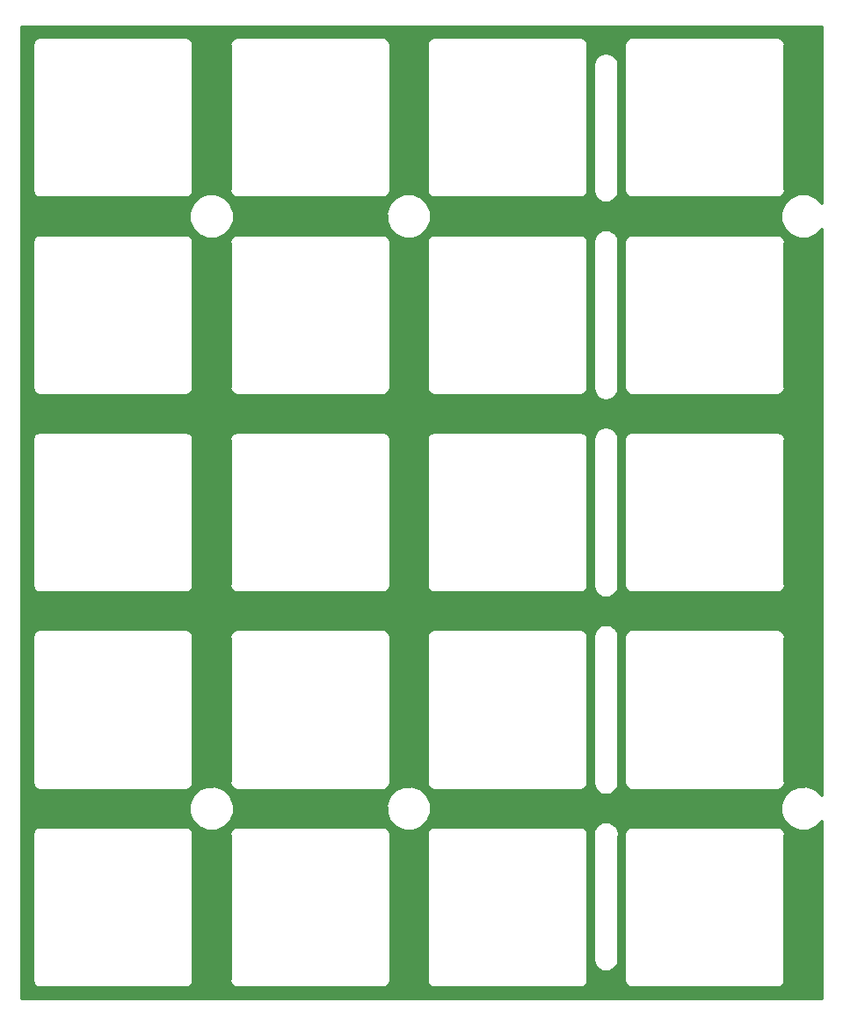
<source format=gbr>
G04 #@! TF.GenerationSoftware,KiCad,Pcbnew,5.0.2-bee76a0~70~ubuntu16.04.1*
G04 #@! TF.CreationDate,2019-02-18T18:39:03+09:00*
G04 #@! TF.ProjectId,frame,6672616d-652e-46b6-9963-61645f706362,rev?*
G04 #@! TF.SameCoordinates,Original*
G04 #@! TF.FileFunction,Copper,L2,Bot*
G04 #@! TF.FilePolarity,Positive*
%FSLAX46Y46*%
G04 Gerber Fmt 4.6, Leading zero omitted, Abs format (unit mm)*
G04 Created by KiCad (PCBNEW 5.0.2-bee76a0~70~ubuntu16.04.1) date 2019年02月18日 18時39分03秒*
%MOMM*%
%LPD*%
G01*
G04 APERTURE LIST*
G04 #@! TA.AperFunction,NonConductor*
%ADD10C,0.254000*%
G04 #@! TD*
G04 APERTURE END LIST*
D10*
G36*
X107790001Y-52770655D02*
X107209380Y-52190034D01*
X107179870Y-52177811D01*
X107174582Y-52167261D01*
X106798212Y-52019723D01*
X106424678Y-51865000D01*
X106403514Y-51865000D01*
X106383813Y-51857277D01*
X105979624Y-51865000D01*
X105575322Y-51865000D01*
X105555770Y-51873099D01*
X105534613Y-51873503D01*
X104825418Y-52167261D01*
X104820130Y-52177811D01*
X104790620Y-52190034D01*
X104190034Y-52790620D01*
X104177811Y-52820130D01*
X104167261Y-52825418D01*
X104019723Y-53201788D01*
X103865000Y-53575322D01*
X103865000Y-53596486D01*
X103857277Y-53616187D01*
X103865000Y-54020376D01*
X103865000Y-54424678D01*
X103873099Y-54444230D01*
X103873503Y-54465387D01*
X104167261Y-55174582D01*
X104177811Y-55179870D01*
X104190034Y-55209380D01*
X104790620Y-55809966D01*
X104820130Y-55822189D01*
X104825418Y-55832739D01*
X105201788Y-55980277D01*
X105575322Y-56135000D01*
X105596486Y-56135000D01*
X105616187Y-56142723D01*
X106020376Y-56135000D01*
X106424678Y-56135000D01*
X106444230Y-56126901D01*
X106465387Y-56126497D01*
X107174582Y-55832739D01*
X107179870Y-55822189D01*
X107209380Y-55809966D01*
X107790001Y-55229345D01*
X107790000Y-109770654D01*
X107209380Y-109190034D01*
X107179870Y-109177811D01*
X107174582Y-109167261D01*
X106798212Y-109019723D01*
X106424678Y-108865000D01*
X106403514Y-108865000D01*
X106383813Y-108857277D01*
X105979624Y-108865000D01*
X105575322Y-108865000D01*
X105555770Y-108873099D01*
X105534613Y-108873503D01*
X104825418Y-109167261D01*
X104820130Y-109177811D01*
X104790620Y-109190034D01*
X104190034Y-109790620D01*
X104177811Y-109820130D01*
X104167261Y-109825418D01*
X104019723Y-110201788D01*
X103865000Y-110575322D01*
X103865000Y-110596486D01*
X103857277Y-110616187D01*
X103865000Y-111020376D01*
X103865000Y-111424678D01*
X103873099Y-111444230D01*
X103873503Y-111465387D01*
X104167261Y-112174582D01*
X104177811Y-112179870D01*
X104190034Y-112209380D01*
X104790620Y-112809966D01*
X104820130Y-112822189D01*
X104825418Y-112832739D01*
X105201788Y-112980277D01*
X105575322Y-113135000D01*
X105596486Y-113135000D01*
X105616187Y-113142723D01*
X106020376Y-113135000D01*
X106424678Y-113135000D01*
X106444230Y-113126901D01*
X106465387Y-113126497D01*
X107174582Y-112832739D01*
X107179870Y-112822189D01*
X107209380Y-112809966D01*
X107790000Y-112229346D01*
X107790000Y-129290000D01*
X30710000Y-129290000D01*
X30710000Y-113500000D01*
X31776091Y-113500000D01*
X31790000Y-113569926D01*
X31790001Y-127430069D01*
X31776091Y-127500000D01*
X31831195Y-127777028D01*
X31988119Y-128011881D01*
X32222972Y-128168805D01*
X32430074Y-128210000D01*
X32430075Y-128210000D01*
X32500000Y-128223909D01*
X32569926Y-128210000D01*
X46430074Y-128210000D01*
X46500000Y-128223909D01*
X46569925Y-128210000D01*
X46569926Y-128210000D01*
X46777028Y-128168805D01*
X47011881Y-128011881D01*
X47168805Y-127777028D01*
X47223909Y-127500000D01*
X47210000Y-127430074D01*
X47210000Y-113569926D01*
X47223909Y-113500000D01*
X50776091Y-113500000D01*
X50790000Y-113569926D01*
X50790001Y-127430069D01*
X50776091Y-127500000D01*
X50831195Y-127777028D01*
X50988119Y-128011881D01*
X51222972Y-128168805D01*
X51430074Y-128210000D01*
X51430075Y-128210000D01*
X51500000Y-128223909D01*
X51569926Y-128210000D01*
X65430074Y-128210000D01*
X65500000Y-128223909D01*
X65569925Y-128210000D01*
X65569926Y-128210000D01*
X65777028Y-128168805D01*
X66011881Y-128011881D01*
X66168805Y-127777028D01*
X66223909Y-127500000D01*
X66210000Y-127430074D01*
X66210000Y-113569926D01*
X66223909Y-113500000D01*
X69776091Y-113500000D01*
X69790000Y-113569926D01*
X69790001Y-127430069D01*
X69776091Y-127500000D01*
X69831195Y-127777028D01*
X69988119Y-128011881D01*
X70222972Y-128168805D01*
X70430074Y-128210000D01*
X70430075Y-128210000D01*
X70500000Y-128223909D01*
X70569926Y-128210000D01*
X84430074Y-128210000D01*
X84500000Y-128223909D01*
X84569925Y-128210000D01*
X84569926Y-128210000D01*
X84777028Y-128168805D01*
X85011881Y-128011881D01*
X85168805Y-127777028D01*
X85223909Y-127500000D01*
X85210000Y-127430074D01*
X85210000Y-113569926D01*
X85223909Y-113500000D01*
X85195388Y-113356610D01*
X85779123Y-113356610D01*
X85779124Y-113643392D01*
X85790001Y-113669651D01*
X85790000Y-125569925D01*
X85803642Y-125638508D01*
X85803642Y-125638513D01*
X85841702Y-125829856D01*
X85947716Y-126085796D01*
X85947718Y-126085800D01*
X86056105Y-126248010D01*
X86134458Y-126326363D01*
X86251989Y-126443895D01*
X86414200Y-126552282D01*
X86414203Y-126552283D01*
X86414204Y-126552284D01*
X86670145Y-126658298D01*
X86861487Y-126696358D01*
X87138513Y-126696358D01*
X87329856Y-126658298D01*
X87585796Y-126552284D01*
X87585797Y-126552283D01*
X87585800Y-126552282D01*
X87748010Y-126443895D01*
X87835508Y-126356396D01*
X87943895Y-126248011D01*
X88052282Y-126085800D01*
X88052284Y-126085796D01*
X88158298Y-125829855D01*
X88196358Y-125638513D01*
X88196358Y-125638509D01*
X88210000Y-125569926D01*
X88210000Y-113669652D01*
X88220877Y-113643393D01*
X88220877Y-113500000D01*
X88776091Y-113500000D01*
X88790001Y-113569931D01*
X88790000Y-127430074D01*
X88776091Y-127500000D01*
X88831195Y-127777028D01*
X88988119Y-128011881D01*
X89222972Y-128168805D01*
X89500000Y-128223909D01*
X89569925Y-128210000D01*
X103430075Y-128210000D01*
X103500000Y-128223909D01*
X103777028Y-128168805D01*
X104011881Y-128011881D01*
X104168805Y-127777028D01*
X104210000Y-127569926D01*
X104210000Y-127569925D01*
X104223909Y-127500000D01*
X104210000Y-127430074D01*
X104210000Y-113569926D01*
X104223909Y-113500000D01*
X104168805Y-113222972D01*
X104011881Y-112988119D01*
X103777028Y-112831195D01*
X103569926Y-112790000D01*
X103569925Y-112790000D01*
X103500000Y-112776091D01*
X103430074Y-112790000D01*
X89569926Y-112790000D01*
X89500000Y-112776091D01*
X89430075Y-112790000D01*
X89430074Y-112790000D01*
X89222972Y-112831195D01*
X88988119Y-112988119D01*
X88831195Y-113222972D01*
X88776091Y-113500000D01*
X88220877Y-113500000D01*
X88220877Y-113356610D01*
X88182817Y-113165268D01*
X88182816Y-113165265D01*
X88182816Y-113165263D01*
X88073068Y-112900311D01*
X87964681Y-112738100D01*
X87814360Y-112587780D01*
X87761900Y-112535319D01*
X87599689Y-112426932D01*
X87599686Y-112426931D01*
X87599685Y-112426930D01*
X87507803Y-112388871D01*
X87334737Y-112317184D01*
X87334735Y-112317184D01*
X87334733Y-112317183D01*
X87143396Y-112279124D01*
X87143393Y-112279123D01*
X86856610Y-112279123D01*
X86665268Y-112317183D01*
X86665266Y-112317184D01*
X86665263Y-112317184D01*
X86464600Y-112400303D01*
X86400315Y-112426930D01*
X86400314Y-112426931D01*
X86400311Y-112426932D01*
X86238100Y-112535319D01*
X86116432Y-112656988D01*
X86035319Y-112738100D01*
X85926932Y-112900311D01*
X85817184Y-113165263D01*
X85817184Y-113165265D01*
X85817183Y-113165267D01*
X85779123Y-113356610D01*
X85195388Y-113356610D01*
X85168805Y-113222972D01*
X85011881Y-112988119D01*
X84777028Y-112831195D01*
X84569926Y-112790000D01*
X84500000Y-112776091D01*
X84430075Y-112790000D01*
X70569925Y-112790000D01*
X70500000Y-112776091D01*
X70430074Y-112790000D01*
X70222972Y-112831195D01*
X69988119Y-112988119D01*
X69831195Y-113222972D01*
X69776091Y-113500000D01*
X66223909Y-113500000D01*
X66168805Y-113222972D01*
X66011881Y-112988119D01*
X65777028Y-112831195D01*
X65569926Y-112790000D01*
X65500000Y-112776091D01*
X65430075Y-112790000D01*
X51569925Y-112790000D01*
X51500000Y-112776091D01*
X51430074Y-112790000D01*
X51222972Y-112831195D01*
X50988119Y-112988119D01*
X50831195Y-113222972D01*
X50776091Y-113500000D01*
X47223909Y-113500000D01*
X47168805Y-113222972D01*
X47011881Y-112988119D01*
X46777028Y-112831195D01*
X46569926Y-112790000D01*
X46500000Y-112776091D01*
X46430075Y-112790000D01*
X32569925Y-112790000D01*
X32500000Y-112776091D01*
X32430074Y-112790000D01*
X32222972Y-112831195D01*
X31988119Y-112988119D01*
X31831195Y-113222972D01*
X31776091Y-113500000D01*
X30710000Y-113500000D01*
X30710000Y-110616187D01*
X46857277Y-110616187D01*
X46865000Y-111020376D01*
X46865000Y-111424678D01*
X46873099Y-111444230D01*
X46873503Y-111465387D01*
X47167261Y-112174582D01*
X47177811Y-112179870D01*
X47190034Y-112209380D01*
X47790620Y-112809966D01*
X47820130Y-112822189D01*
X47825418Y-112832739D01*
X48201788Y-112980277D01*
X48575322Y-113135000D01*
X48596486Y-113135000D01*
X48616187Y-113142723D01*
X49020376Y-113135000D01*
X49424678Y-113135000D01*
X49444230Y-113126901D01*
X49465387Y-113126497D01*
X50174582Y-112832739D01*
X50179870Y-112822189D01*
X50209380Y-112809966D01*
X50809966Y-112209380D01*
X50822189Y-112179870D01*
X50832739Y-112174582D01*
X50980277Y-111798212D01*
X51135000Y-111424678D01*
X51135000Y-111403514D01*
X51142723Y-111383813D01*
X51135000Y-110979624D01*
X51135000Y-110616187D01*
X65857277Y-110616187D01*
X65865000Y-111020376D01*
X65865000Y-111424678D01*
X65873099Y-111444230D01*
X65873503Y-111465387D01*
X66167261Y-112174582D01*
X66177811Y-112179870D01*
X66190034Y-112209380D01*
X66790620Y-112809966D01*
X66820130Y-112822189D01*
X66825418Y-112832739D01*
X67201788Y-112980277D01*
X67575322Y-113135000D01*
X67596486Y-113135000D01*
X67616187Y-113142723D01*
X68020376Y-113135000D01*
X68424678Y-113135000D01*
X68444230Y-113126901D01*
X68465387Y-113126497D01*
X69174582Y-112832739D01*
X69179870Y-112822189D01*
X69209380Y-112809966D01*
X69809966Y-112209380D01*
X69822189Y-112179870D01*
X69832739Y-112174582D01*
X69980277Y-111798212D01*
X70135000Y-111424678D01*
X70135000Y-111403514D01*
X70142723Y-111383813D01*
X70135000Y-110979624D01*
X70135000Y-110575322D01*
X70126901Y-110555770D01*
X70126497Y-110534613D01*
X69832739Y-109825418D01*
X69822189Y-109820130D01*
X69809966Y-109790620D01*
X69209380Y-109190034D01*
X69179870Y-109177811D01*
X69174582Y-109167261D01*
X68798212Y-109019723D01*
X68424678Y-108865000D01*
X68403514Y-108865000D01*
X68383813Y-108857277D01*
X67979624Y-108865000D01*
X67575322Y-108865000D01*
X67555770Y-108873099D01*
X67534613Y-108873503D01*
X66825418Y-109167261D01*
X66820130Y-109177811D01*
X66790620Y-109190034D01*
X66190034Y-109790620D01*
X66177811Y-109820130D01*
X66167261Y-109825418D01*
X66019723Y-110201788D01*
X65865000Y-110575322D01*
X65865000Y-110596486D01*
X65857277Y-110616187D01*
X51135000Y-110616187D01*
X51135000Y-110575322D01*
X51126901Y-110555770D01*
X51126497Y-110534613D01*
X50832739Y-109825418D01*
X50822189Y-109820130D01*
X50809966Y-109790620D01*
X50209380Y-109190034D01*
X50179870Y-109177811D01*
X50174582Y-109167261D01*
X49798212Y-109019723D01*
X49424678Y-108865000D01*
X49403514Y-108865000D01*
X49383813Y-108857277D01*
X48979624Y-108865000D01*
X48575322Y-108865000D01*
X48555770Y-108873099D01*
X48534613Y-108873503D01*
X47825418Y-109167261D01*
X47820130Y-109177811D01*
X47790620Y-109190034D01*
X47190034Y-109790620D01*
X47177811Y-109820130D01*
X47167261Y-109825418D01*
X47019723Y-110201788D01*
X46865000Y-110575322D01*
X46865000Y-110596486D01*
X46857277Y-110616187D01*
X30710000Y-110616187D01*
X30710000Y-94500000D01*
X31776091Y-94500000D01*
X31790000Y-94569926D01*
X31790001Y-108430069D01*
X31776091Y-108500000D01*
X31831195Y-108777028D01*
X31988119Y-109011881D01*
X32222972Y-109168805D01*
X32430074Y-109210000D01*
X32430075Y-109210000D01*
X32500000Y-109223909D01*
X32569926Y-109210000D01*
X46430074Y-109210000D01*
X46500000Y-109223909D01*
X46569925Y-109210000D01*
X46569926Y-109210000D01*
X46777028Y-109168805D01*
X47011881Y-109011881D01*
X47168805Y-108777028D01*
X47223909Y-108500000D01*
X47210000Y-108430074D01*
X47210000Y-94569926D01*
X47223909Y-94500000D01*
X50776091Y-94500000D01*
X50790000Y-94569926D01*
X50790001Y-108430069D01*
X50776091Y-108500000D01*
X50831195Y-108777028D01*
X50988119Y-109011881D01*
X51222972Y-109168805D01*
X51430074Y-109210000D01*
X51430075Y-109210000D01*
X51500000Y-109223909D01*
X51569926Y-109210000D01*
X65430074Y-109210000D01*
X65500000Y-109223909D01*
X65569925Y-109210000D01*
X65569926Y-109210000D01*
X65777028Y-109168805D01*
X66011881Y-109011881D01*
X66168805Y-108777028D01*
X66223909Y-108500000D01*
X66210000Y-108430074D01*
X66210000Y-94569926D01*
X66223909Y-94500000D01*
X69776091Y-94500000D01*
X69790000Y-94569926D01*
X69790001Y-108430069D01*
X69776091Y-108500000D01*
X69831195Y-108777028D01*
X69988119Y-109011881D01*
X70222972Y-109168805D01*
X70430074Y-109210000D01*
X70430075Y-109210000D01*
X70500000Y-109223909D01*
X70569926Y-109210000D01*
X84430074Y-109210000D01*
X84500000Y-109223909D01*
X84569925Y-109210000D01*
X84569926Y-109210000D01*
X84777028Y-109168805D01*
X85011881Y-109011881D01*
X85168805Y-108777028D01*
X85223909Y-108500000D01*
X85210000Y-108430074D01*
X85210000Y-94569926D01*
X85223909Y-94500000D01*
X85210001Y-94430075D01*
X85790000Y-94430075D01*
X85790001Y-108569926D01*
X85803642Y-108638504D01*
X85803642Y-108638513D01*
X85841702Y-108829856D01*
X85947716Y-109085796D01*
X85947718Y-109085800D01*
X86056105Y-109248010D01*
X86134458Y-109326363D01*
X86251989Y-109443895D01*
X86414200Y-109552282D01*
X86414203Y-109552283D01*
X86414204Y-109552284D01*
X86670145Y-109658298D01*
X86861487Y-109696358D01*
X87138513Y-109696358D01*
X87329856Y-109658298D01*
X87585796Y-109552284D01*
X87585797Y-109552283D01*
X87585800Y-109552282D01*
X87748010Y-109443895D01*
X87835508Y-109356396D01*
X87943895Y-109248011D01*
X88052282Y-109085800D01*
X88052284Y-109085796D01*
X88158298Y-108829855D01*
X88196358Y-108638513D01*
X88196358Y-108638509D01*
X88210000Y-108569926D01*
X88210000Y-94500000D01*
X88776091Y-94500000D01*
X88790000Y-94569926D01*
X88790001Y-108430069D01*
X88776091Y-108500000D01*
X88831195Y-108777028D01*
X88988119Y-109011881D01*
X89222972Y-109168805D01*
X89430074Y-109210000D01*
X89430075Y-109210000D01*
X89500000Y-109223909D01*
X89569926Y-109210000D01*
X103430074Y-109210000D01*
X103500000Y-109223909D01*
X103569925Y-109210000D01*
X103569926Y-109210000D01*
X103777028Y-109168805D01*
X104011881Y-109011881D01*
X104168805Y-108777028D01*
X104223909Y-108500000D01*
X104210000Y-108430074D01*
X104210000Y-94569926D01*
X104223909Y-94500000D01*
X104168805Y-94222972D01*
X104011881Y-93988119D01*
X103777028Y-93831195D01*
X103569926Y-93790000D01*
X103500000Y-93776091D01*
X103430075Y-93790000D01*
X89569925Y-93790000D01*
X89500000Y-93776091D01*
X89430074Y-93790000D01*
X89222972Y-93831195D01*
X88988119Y-93988119D01*
X88831195Y-94222972D01*
X88776091Y-94500000D01*
X88210000Y-94500000D01*
X88210000Y-94430074D01*
X88196358Y-94361491D01*
X88196358Y-94361487D01*
X88158298Y-94170145D01*
X88052284Y-93914204D01*
X88052283Y-93914203D01*
X88052282Y-93914200D01*
X87943895Y-93751989D01*
X87797450Y-93605546D01*
X87748010Y-93556105D01*
X87585800Y-93447718D01*
X87585797Y-93447717D01*
X87585796Y-93447716D01*
X87329856Y-93341702D01*
X87138513Y-93303642D01*
X86861487Y-93303642D01*
X86670145Y-93341702D01*
X86414204Y-93447716D01*
X86414203Y-93447717D01*
X86414200Y-93447718D01*
X86251989Y-93556105D01*
X86134458Y-93673637D01*
X86056105Y-93751990D01*
X85947718Y-93914200D01*
X85947717Y-93914203D01*
X85947716Y-93914204D01*
X85841702Y-94170144D01*
X85803642Y-94361487D01*
X85803642Y-94361492D01*
X85790000Y-94430075D01*
X85210001Y-94430075D01*
X85168805Y-94222972D01*
X85011881Y-93988119D01*
X84777028Y-93831195D01*
X84569926Y-93790000D01*
X84500000Y-93776091D01*
X84430075Y-93790000D01*
X70569925Y-93790000D01*
X70500000Y-93776091D01*
X70430074Y-93790000D01*
X70222972Y-93831195D01*
X69988119Y-93988119D01*
X69831195Y-94222972D01*
X69776091Y-94500000D01*
X66223909Y-94500000D01*
X66168805Y-94222972D01*
X66011881Y-93988119D01*
X65777028Y-93831195D01*
X65569926Y-93790000D01*
X65500000Y-93776091D01*
X65430075Y-93790000D01*
X51569925Y-93790000D01*
X51500000Y-93776091D01*
X51430074Y-93790000D01*
X51222972Y-93831195D01*
X50988119Y-93988119D01*
X50831195Y-94222972D01*
X50776091Y-94500000D01*
X47223909Y-94500000D01*
X47168805Y-94222972D01*
X47011881Y-93988119D01*
X46777028Y-93831195D01*
X46569926Y-93790000D01*
X46500000Y-93776091D01*
X46430075Y-93790000D01*
X32569925Y-93790000D01*
X32500000Y-93776091D01*
X32430074Y-93790000D01*
X32222972Y-93831195D01*
X31988119Y-93988119D01*
X31831195Y-94222972D01*
X31776091Y-94500000D01*
X30710000Y-94500000D01*
X30710000Y-75500000D01*
X31776091Y-75500000D01*
X31790000Y-75569926D01*
X31790001Y-89430069D01*
X31776091Y-89500000D01*
X31831195Y-89777028D01*
X31988119Y-90011881D01*
X32222972Y-90168805D01*
X32430074Y-90210000D01*
X32430075Y-90210000D01*
X32500000Y-90223909D01*
X32569926Y-90210000D01*
X46430074Y-90210000D01*
X46500000Y-90223909D01*
X46569925Y-90210000D01*
X46569926Y-90210000D01*
X46777028Y-90168805D01*
X47011881Y-90011881D01*
X47168805Y-89777028D01*
X47223909Y-89500000D01*
X47210000Y-89430074D01*
X47210000Y-75569926D01*
X47223909Y-75500000D01*
X50776091Y-75500000D01*
X50790000Y-75569926D01*
X50790001Y-89430069D01*
X50776091Y-89500000D01*
X50831195Y-89777028D01*
X50988119Y-90011881D01*
X51222972Y-90168805D01*
X51430074Y-90210000D01*
X51430075Y-90210000D01*
X51500000Y-90223909D01*
X51569926Y-90210000D01*
X65430074Y-90210000D01*
X65500000Y-90223909D01*
X65569925Y-90210000D01*
X65569926Y-90210000D01*
X65777028Y-90168805D01*
X66011881Y-90011881D01*
X66168805Y-89777028D01*
X66223909Y-89500000D01*
X66210000Y-89430074D01*
X66210000Y-75569926D01*
X66223909Y-75500000D01*
X69776091Y-75500000D01*
X69790000Y-75569926D01*
X69790001Y-89430069D01*
X69776091Y-89500000D01*
X69831195Y-89777028D01*
X69988119Y-90011881D01*
X70222972Y-90168805D01*
X70430074Y-90210000D01*
X70430075Y-90210000D01*
X70500000Y-90223909D01*
X70569926Y-90210000D01*
X84430074Y-90210000D01*
X84500000Y-90223909D01*
X84569925Y-90210000D01*
X84569926Y-90210000D01*
X84777028Y-90168805D01*
X85011881Y-90011881D01*
X85168805Y-89777028D01*
X85210000Y-89569925D01*
X85790000Y-89569925D01*
X85803642Y-89638508D01*
X85803642Y-89638513D01*
X85841702Y-89829856D01*
X85947716Y-90085796D01*
X85947718Y-90085800D01*
X86056105Y-90248010D01*
X86134458Y-90326363D01*
X86251989Y-90443895D01*
X86414200Y-90552282D01*
X86414203Y-90552283D01*
X86414204Y-90552284D01*
X86670145Y-90658298D01*
X86861487Y-90696358D01*
X87138513Y-90696358D01*
X87329856Y-90658298D01*
X87585796Y-90552284D01*
X87585797Y-90552283D01*
X87585800Y-90552282D01*
X87748010Y-90443895D01*
X87835508Y-90356396D01*
X87943895Y-90248011D01*
X88052282Y-90085800D01*
X88052284Y-90085796D01*
X88158298Y-89829855D01*
X88196358Y-89638513D01*
X88196358Y-89638509D01*
X88210000Y-89569926D01*
X88210000Y-75500000D01*
X88776091Y-75500000D01*
X88790000Y-75569926D01*
X88790001Y-89430069D01*
X88776091Y-89500000D01*
X88831195Y-89777028D01*
X88988119Y-90011881D01*
X89222972Y-90168805D01*
X89430074Y-90210000D01*
X89430075Y-90210000D01*
X89500000Y-90223909D01*
X89569926Y-90210000D01*
X103430074Y-90210000D01*
X103500000Y-90223909D01*
X103569925Y-90210000D01*
X103569926Y-90210000D01*
X103777028Y-90168805D01*
X104011881Y-90011881D01*
X104168805Y-89777028D01*
X104223909Y-89500000D01*
X104210000Y-89430074D01*
X104210000Y-75569926D01*
X104223909Y-75500000D01*
X104168805Y-75222972D01*
X104011881Y-74988119D01*
X103777028Y-74831195D01*
X103569926Y-74790000D01*
X103500000Y-74776091D01*
X103430075Y-74790000D01*
X89569925Y-74790000D01*
X89500000Y-74776091D01*
X89430074Y-74790000D01*
X89222972Y-74831195D01*
X88988119Y-74988119D01*
X88831195Y-75222972D01*
X88776091Y-75500000D01*
X88210000Y-75500000D01*
X88210000Y-75430074D01*
X88196358Y-75361491D01*
X88196358Y-75361487D01*
X88158298Y-75170145D01*
X88052284Y-74914204D01*
X88052283Y-74914203D01*
X88052282Y-74914200D01*
X87943895Y-74751989D01*
X87797450Y-74605546D01*
X87748010Y-74556105D01*
X87585800Y-74447718D01*
X87585797Y-74447717D01*
X87585796Y-74447716D01*
X87329856Y-74341702D01*
X87138513Y-74303642D01*
X86861487Y-74303642D01*
X86670145Y-74341702D01*
X86414204Y-74447716D01*
X86414203Y-74447717D01*
X86414200Y-74447718D01*
X86251989Y-74556105D01*
X86134458Y-74673637D01*
X86056105Y-74751990D01*
X85947718Y-74914200D01*
X85947717Y-74914203D01*
X85947716Y-74914204D01*
X85841702Y-75170144D01*
X85803642Y-75361487D01*
X85803642Y-75361496D01*
X85790001Y-75430074D01*
X85790000Y-89569925D01*
X85210000Y-89569925D01*
X85223909Y-89500000D01*
X85210000Y-89430074D01*
X85210000Y-75569926D01*
X85223909Y-75500000D01*
X85168805Y-75222972D01*
X85011881Y-74988119D01*
X84777028Y-74831195D01*
X84569926Y-74790000D01*
X84500000Y-74776091D01*
X84430075Y-74790000D01*
X70569925Y-74790000D01*
X70500000Y-74776091D01*
X70430074Y-74790000D01*
X70222972Y-74831195D01*
X69988119Y-74988119D01*
X69831195Y-75222972D01*
X69776091Y-75500000D01*
X66223909Y-75500000D01*
X66168805Y-75222972D01*
X66011881Y-74988119D01*
X65777028Y-74831195D01*
X65569926Y-74790000D01*
X65500000Y-74776091D01*
X65430075Y-74790000D01*
X51569925Y-74790000D01*
X51500000Y-74776091D01*
X51430074Y-74790000D01*
X51222972Y-74831195D01*
X50988119Y-74988119D01*
X50831195Y-75222972D01*
X50776091Y-75500000D01*
X47223909Y-75500000D01*
X47168805Y-75222972D01*
X47011881Y-74988119D01*
X46777028Y-74831195D01*
X46569926Y-74790000D01*
X46500000Y-74776091D01*
X46430075Y-74790000D01*
X32569925Y-74790000D01*
X32500000Y-74776091D01*
X32430074Y-74790000D01*
X32222972Y-74831195D01*
X31988119Y-74988119D01*
X31831195Y-75222972D01*
X31776091Y-75500000D01*
X30710000Y-75500000D01*
X30710000Y-56500000D01*
X31776091Y-56500000D01*
X31790000Y-56569926D01*
X31790001Y-70430069D01*
X31776091Y-70500000D01*
X31831195Y-70777028D01*
X31988119Y-71011881D01*
X32222972Y-71168805D01*
X32430074Y-71210000D01*
X32430075Y-71210000D01*
X32500000Y-71223909D01*
X32569926Y-71210000D01*
X46430074Y-71210000D01*
X46500000Y-71223909D01*
X46569925Y-71210000D01*
X46569926Y-71210000D01*
X46777028Y-71168805D01*
X47011881Y-71011881D01*
X47168805Y-70777028D01*
X47223909Y-70500000D01*
X47210000Y-70430074D01*
X47210000Y-56569926D01*
X47223909Y-56500000D01*
X50776091Y-56500000D01*
X50790000Y-56569926D01*
X50790001Y-70430069D01*
X50776091Y-70500000D01*
X50831195Y-70777028D01*
X50988119Y-71011881D01*
X51222972Y-71168805D01*
X51430074Y-71210000D01*
X51430075Y-71210000D01*
X51500000Y-71223909D01*
X51569926Y-71210000D01*
X65430074Y-71210000D01*
X65500000Y-71223909D01*
X65569925Y-71210000D01*
X65569926Y-71210000D01*
X65777028Y-71168805D01*
X66011881Y-71011881D01*
X66168805Y-70777028D01*
X66223909Y-70500000D01*
X66210000Y-70430074D01*
X66210000Y-56569926D01*
X66223909Y-56500000D01*
X69776091Y-56500000D01*
X69790000Y-56569926D01*
X69790001Y-70430069D01*
X69776091Y-70500000D01*
X69831195Y-70777028D01*
X69988119Y-71011881D01*
X70222972Y-71168805D01*
X70430074Y-71210000D01*
X70430075Y-71210000D01*
X70500000Y-71223909D01*
X70569926Y-71210000D01*
X84430074Y-71210000D01*
X84500000Y-71223909D01*
X84569925Y-71210000D01*
X84569926Y-71210000D01*
X84777028Y-71168805D01*
X85011881Y-71011881D01*
X85168805Y-70777028D01*
X85223909Y-70500000D01*
X85210000Y-70430074D01*
X85210000Y-56569926D01*
X85223909Y-56500000D01*
X85210001Y-56430075D01*
X85790000Y-56430075D01*
X85790001Y-70569926D01*
X85803642Y-70638504D01*
X85803642Y-70638513D01*
X85841702Y-70829856D01*
X85947716Y-71085796D01*
X85947718Y-71085800D01*
X86056105Y-71248010D01*
X86134458Y-71326363D01*
X86251989Y-71443895D01*
X86414200Y-71552282D01*
X86414203Y-71552283D01*
X86414204Y-71552284D01*
X86670145Y-71658298D01*
X86861487Y-71696358D01*
X87138513Y-71696358D01*
X87329856Y-71658298D01*
X87585796Y-71552284D01*
X87585797Y-71552283D01*
X87585800Y-71552282D01*
X87748010Y-71443895D01*
X87835508Y-71356396D01*
X87943895Y-71248011D01*
X88052282Y-71085800D01*
X88052284Y-71085796D01*
X88158298Y-70829855D01*
X88196358Y-70638513D01*
X88196358Y-70638509D01*
X88210000Y-70569926D01*
X88210000Y-56500000D01*
X88776091Y-56500000D01*
X88790000Y-56569926D01*
X88790001Y-70430069D01*
X88776091Y-70500000D01*
X88831195Y-70777028D01*
X88988119Y-71011881D01*
X89222972Y-71168805D01*
X89430074Y-71210000D01*
X89430075Y-71210000D01*
X89500000Y-71223909D01*
X89569926Y-71210000D01*
X103430074Y-71210000D01*
X103500000Y-71223909D01*
X103569925Y-71210000D01*
X103569926Y-71210000D01*
X103777028Y-71168805D01*
X104011881Y-71011881D01*
X104168805Y-70777028D01*
X104223909Y-70500000D01*
X104210000Y-70430074D01*
X104210000Y-56569926D01*
X104223909Y-56500000D01*
X104168805Y-56222972D01*
X104011881Y-55988119D01*
X103777028Y-55831195D01*
X103569926Y-55790000D01*
X103500000Y-55776091D01*
X103430075Y-55790000D01*
X89569925Y-55790000D01*
X89500000Y-55776091D01*
X89430074Y-55790000D01*
X89222972Y-55831195D01*
X88988119Y-55988119D01*
X88831195Y-56222972D01*
X88776091Y-56500000D01*
X88210000Y-56500000D01*
X88210000Y-56430074D01*
X88196358Y-56361491D01*
X88196358Y-56361487D01*
X88158298Y-56170145D01*
X88052284Y-55914204D01*
X88052283Y-55914203D01*
X88052282Y-55914200D01*
X87943895Y-55751989D01*
X87797450Y-55605546D01*
X87748010Y-55556105D01*
X87585800Y-55447718D01*
X87585797Y-55447717D01*
X87585796Y-55447716D01*
X87329856Y-55341702D01*
X87138513Y-55303642D01*
X86861487Y-55303642D01*
X86670145Y-55341702D01*
X86414204Y-55447716D01*
X86414203Y-55447717D01*
X86414200Y-55447718D01*
X86251989Y-55556105D01*
X86134458Y-55673637D01*
X86056105Y-55751990D01*
X85947718Y-55914200D01*
X85947717Y-55914203D01*
X85947716Y-55914204D01*
X85841702Y-56170144D01*
X85803642Y-56361487D01*
X85803642Y-56361492D01*
X85790000Y-56430075D01*
X85210001Y-56430075D01*
X85168805Y-56222972D01*
X85011881Y-55988119D01*
X84777028Y-55831195D01*
X84569926Y-55790000D01*
X84500000Y-55776091D01*
X84430075Y-55790000D01*
X70569925Y-55790000D01*
X70500000Y-55776091D01*
X70430074Y-55790000D01*
X70222972Y-55831195D01*
X69988119Y-55988119D01*
X69831195Y-56222972D01*
X69776091Y-56500000D01*
X66223909Y-56500000D01*
X66168805Y-56222972D01*
X66011881Y-55988119D01*
X65777028Y-55831195D01*
X65569926Y-55790000D01*
X65500000Y-55776091D01*
X65430075Y-55790000D01*
X51569925Y-55790000D01*
X51500000Y-55776091D01*
X51430074Y-55790000D01*
X51222972Y-55831195D01*
X50988119Y-55988119D01*
X50831195Y-56222972D01*
X50776091Y-56500000D01*
X47223909Y-56500000D01*
X47168805Y-56222972D01*
X47011881Y-55988119D01*
X46777028Y-55831195D01*
X46569926Y-55790000D01*
X46500000Y-55776091D01*
X46430075Y-55790000D01*
X32569925Y-55790000D01*
X32500000Y-55776091D01*
X32430074Y-55790000D01*
X32222972Y-55831195D01*
X31988119Y-55988119D01*
X31831195Y-56222972D01*
X31776091Y-56500000D01*
X30710000Y-56500000D01*
X30710000Y-53616187D01*
X46857277Y-53616187D01*
X46865000Y-54020376D01*
X46865000Y-54424678D01*
X46873099Y-54444230D01*
X46873503Y-54465387D01*
X47167261Y-55174582D01*
X47177811Y-55179870D01*
X47190034Y-55209380D01*
X47790620Y-55809966D01*
X47820130Y-55822189D01*
X47825418Y-55832739D01*
X48201788Y-55980277D01*
X48575322Y-56135000D01*
X48596486Y-56135000D01*
X48616187Y-56142723D01*
X49020376Y-56135000D01*
X49424678Y-56135000D01*
X49444230Y-56126901D01*
X49465387Y-56126497D01*
X50174582Y-55832739D01*
X50179870Y-55822189D01*
X50209380Y-55809966D01*
X50809966Y-55209380D01*
X50822189Y-55179870D01*
X50832739Y-55174582D01*
X50980277Y-54798212D01*
X51135000Y-54424678D01*
X51135000Y-54403514D01*
X51142723Y-54383813D01*
X51135000Y-53979624D01*
X51135000Y-53616187D01*
X65857277Y-53616187D01*
X65865000Y-54020376D01*
X65865000Y-54424678D01*
X65873099Y-54444230D01*
X65873503Y-54465387D01*
X66167261Y-55174582D01*
X66177811Y-55179870D01*
X66190034Y-55209380D01*
X66790620Y-55809966D01*
X66820130Y-55822189D01*
X66825418Y-55832739D01*
X67201788Y-55980277D01*
X67575322Y-56135000D01*
X67596486Y-56135000D01*
X67616187Y-56142723D01*
X68020376Y-56135000D01*
X68424678Y-56135000D01*
X68444230Y-56126901D01*
X68465387Y-56126497D01*
X69174582Y-55832739D01*
X69179870Y-55822189D01*
X69209380Y-55809966D01*
X69809966Y-55209380D01*
X69822189Y-55179870D01*
X69832739Y-55174582D01*
X69980277Y-54798212D01*
X70135000Y-54424678D01*
X70135000Y-54403514D01*
X70142723Y-54383813D01*
X70135000Y-53979624D01*
X70135000Y-53575322D01*
X70126901Y-53555770D01*
X70126497Y-53534613D01*
X69832739Y-52825418D01*
X69822189Y-52820130D01*
X69809966Y-52790620D01*
X69209380Y-52190034D01*
X69179870Y-52177811D01*
X69174582Y-52167261D01*
X68798212Y-52019723D01*
X68424678Y-51865000D01*
X68403514Y-51865000D01*
X68383813Y-51857277D01*
X67979624Y-51865000D01*
X67575322Y-51865000D01*
X67555770Y-51873099D01*
X67534613Y-51873503D01*
X66825418Y-52167261D01*
X66820130Y-52177811D01*
X66790620Y-52190034D01*
X66190034Y-52790620D01*
X66177811Y-52820130D01*
X66167261Y-52825418D01*
X66019723Y-53201788D01*
X65865000Y-53575322D01*
X65865000Y-53596486D01*
X65857277Y-53616187D01*
X51135000Y-53616187D01*
X51135000Y-53575322D01*
X51126901Y-53555770D01*
X51126497Y-53534613D01*
X50832739Y-52825418D01*
X50822189Y-52820130D01*
X50809966Y-52790620D01*
X50209380Y-52190034D01*
X50179870Y-52177811D01*
X50174582Y-52167261D01*
X49798212Y-52019723D01*
X49424678Y-51865000D01*
X49403514Y-51865000D01*
X49383813Y-51857277D01*
X48979624Y-51865000D01*
X48575322Y-51865000D01*
X48555770Y-51873099D01*
X48534613Y-51873503D01*
X47825418Y-52167261D01*
X47820130Y-52177811D01*
X47790620Y-52190034D01*
X47190034Y-52790620D01*
X47177811Y-52820130D01*
X47167261Y-52825418D01*
X47019723Y-53201788D01*
X46865000Y-53575322D01*
X46865000Y-53596486D01*
X46857277Y-53616187D01*
X30710000Y-53616187D01*
X30710000Y-37500000D01*
X31776091Y-37500000D01*
X31790000Y-37569926D01*
X31790001Y-51430069D01*
X31776091Y-51500000D01*
X31831195Y-51777028D01*
X31988119Y-52011881D01*
X32222972Y-52168805D01*
X32430074Y-52210000D01*
X32430075Y-52210000D01*
X32500000Y-52223909D01*
X32569926Y-52210000D01*
X46430074Y-52210000D01*
X46500000Y-52223909D01*
X46569925Y-52210000D01*
X46569926Y-52210000D01*
X46777028Y-52168805D01*
X47011881Y-52011881D01*
X47168805Y-51777028D01*
X47223909Y-51500000D01*
X47210000Y-51430074D01*
X47210000Y-37569926D01*
X47223909Y-37500000D01*
X50776091Y-37500000D01*
X50790000Y-37569926D01*
X50790001Y-51430069D01*
X50776091Y-51500000D01*
X50831195Y-51777028D01*
X50988119Y-52011881D01*
X51222972Y-52168805D01*
X51430074Y-52210000D01*
X51430075Y-52210000D01*
X51500000Y-52223909D01*
X51569926Y-52210000D01*
X65430074Y-52210000D01*
X65500000Y-52223909D01*
X65569925Y-52210000D01*
X65569926Y-52210000D01*
X65777028Y-52168805D01*
X66011881Y-52011881D01*
X66168805Y-51777028D01*
X66223909Y-51500000D01*
X66210000Y-51430074D01*
X66210000Y-37569926D01*
X66223909Y-37500000D01*
X69776091Y-37500000D01*
X69790000Y-37569926D01*
X69790001Y-51430069D01*
X69776091Y-51500000D01*
X69831195Y-51777028D01*
X69988119Y-52011881D01*
X70222972Y-52168805D01*
X70430074Y-52210000D01*
X70430075Y-52210000D01*
X70500000Y-52223909D01*
X70569926Y-52210000D01*
X84430074Y-52210000D01*
X84500000Y-52223909D01*
X84569925Y-52210000D01*
X84569926Y-52210000D01*
X84777028Y-52168805D01*
X85011881Y-52011881D01*
X85168805Y-51777028D01*
X85223909Y-51500000D01*
X85210000Y-51430074D01*
X85210000Y-39430075D01*
X85790000Y-39430075D01*
X85790001Y-51569926D01*
X85803642Y-51638504D01*
X85803642Y-51638513D01*
X85841702Y-51829856D01*
X85947716Y-52085796D01*
X85947718Y-52085800D01*
X86056105Y-52248010D01*
X86134458Y-52326363D01*
X86251989Y-52443895D01*
X86414200Y-52552282D01*
X86414203Y-52552283D01*
X86414204Y-52552284D01*
X86670145Y-52658298D01*
X86861487Y-52696358D01*
X87138513Y-52696358D01*
X87329856Y-52658298D01*
X87585796Y-52552284D01*
X87585797Y-52552283D01*
X87585800Y-52552282D01*
X87748010Y-52443895D01*
X87835508Y-52356396D01*
X87943895Y-52248011D01*
X88052282Y-52085800D01*
X88052284Y-52085796D01*
X88158298Y-51829855D01*
X88196358Y-51638513D01*
X88196358Y-51638509D01*
X88210000Y-51569926D01*
X88210000Y-39430074D01*
X88196358Y-39361491D01*
X88196358Y-39361487D01*
X88158298Y-39170145D01*
X88052284Y-38914204D01*
X88052283Y-38914203D01*
X88052282Y-38914200D01*
X87943895Y-38751989D01*
X87797450Y-38605546D01*
X87748010Y-38556105D01*
X87585800Y-38447718D01*
X87585797Y-38447717D01*
X87585796Y-38447716D01*
X87329856Y-38341702D01*
X87138513Y-38303642D01*
X86861487Y-38303642D01*
X86670145Y-38341702D01*
X86414204Y-38447716D01*
X86414203Y-38447717D01*
X86414200Y-38447718D01*
X86251989Y-38556105D01*
X86134458Y-38673637D01*
X86056105Y-38751990D01*
X85947718Y-38914200D01*
X85947717Y-38914203D01*
X85947716Y-38914204D01*
X85841702Y-39170144D01*
X85803642Y-39361487D01*
X85803642Y-39361492D01*
X85790000Y-39430075D01*
X85210000Y-39430075D01*
X85210000Y-37569926D01*
X85223909Y-37500000D01*
X88776091Y-37500000D01*
X88790000Y-37569926D01*
X88790001Y-51430069D01*
X88776091Y-51500000D01*
X88831195Y-51777028D01*
X88988119Y-52011881D01*
X89222972Y-52168805D01*
X89430074Y-52210000D01*
X89430075Y-52210000D01*
X89500000Y-52223909D01*
X89569926Y-52210000D01*
X103430074Y-52210000D01*
X103500000Y-52223909D01*
X103569925Y-52210000D01*
X103569926Y-52210000D01*
X103777028Y-52168805D01*
X104011881Y-52011881D01*
X104168805Y-51777028D01*
X104223909Y-51500000D01*
X104210000Y-51430074D01*
X104210000Y-37569926D01*
X104223909Y-37500000D01*
X104168805Y-37222972D01*
X104011881Y-36988119D01*
X103777028Y-36831195D01*
X103569926Y-36790000D01*
X103500000Y-36776091D01*
X103430075Y-36790000D01*
X89569925Y-36790000D01*
X89500000Y-36776091D01*
X89430074Y-36790000D01*
X89222972Y-36831195D01*
X88988119Y-36988119D01*
X88831195Y-37222972D01*
X88776091Y-37500000D01*
X85223909Y-37500000D01*
X85168805Y-37222972D01*
X85011881Y-36988119D01*
X84777028Y-36831195D01*
X84569926Y-36790000D01*
X84500000Y-36776091D01*
X84430075Y-36790000D01*
X70569925Y-36790000D01*
X70500000Y-36776091D01*
X70430074Y-36790000D01*
X70222972Y-36831195D01*
X69988119Y-36988119D01*
X69831195Y-37222972D01*
X69776091Y-37500000D01*
X66223909Y-37500000D01*
X66168805Y-37222972D01*
X66011881Y-36988119D01*
X65777028Y-36831195D01*
X65569926Y-36790000D01*
X65500000Y-36776091D01*
X65430075Y-36790000D01*
X51569925Y-36790000D01*
X51500000Y-36776091D01*
X51430074Y-36790000D01*
X51222972Y-36831195D01*
X50988119Y-36988119D01*
X50831195Y-37222972D01*
X50776091Y-37500000D01*
X47223909Y-37500000D01*
X47168805Y-37222972D01*
X47011881Y-36988119D01*
X46777028Y-36831195D01*
X46569926Y-36790000D01*
X46500000Y-36776091D01*
X46430075Y-36790000D01*
X32569925Y-36790000D01*
X32500000Y-36776091D01*
X32430074Y-36790000D01*
X32222972Y-36831195D01*
X31988119Y-36988119D01*
X31831195Y-37222972D01*
X31776091Y-37500000D01*
X30710000Y-37500000D01*
X30710000Y-35710000D01*
X107790001Y-35710000D01*
X107790001Y-52770655D01*
X107790001Y-52770655D01*
G37*
X107790001Y-52770655D02*
X107209380Y-52190034D01*
X107179870Y-52177811D01*
X107174582Y-52167261D01*
X106798212Y-52019723D01*
X106424678Y-51865000D01*
X106403514Y-51865000D01*
X106383813Y-51857277D01*
X105979624Y-51865000D01*
X105575322Y-51865000D01*
X105555770Y-51873099D01*
X105534613Y-51873503D01*
X104825418Y-52167261D01*
X104820130Y-52177811D01*
X104790620Y-52190034D01*
X104190034Y-52790620D01*
X104177811Y-52820130D01*
X104167261Y-52825418D01*
X104019723Y-53201788D01*
X103865000Y-53575322D01*
X103865000Y-53596486D01*
X103857277Y-53616187D01*
X103865000Y-54020376D01*
X103865000Y-54424678D01*
X103873099Y-54444230D01*
X103873503Y-54465387D01*
X104167261Y-55174582D01*
X104177811Y-55179870D01*
X104190034Y-55209380D01*
X104790620Y-55809966D01*
X104820130Y-55822189D01*
X104825418Y-55832739D01*
X105201788Y-55980277D01*
X105575322Y-56135000D01*
X105596486Y-56135000D01*
X105616187Y-56142723D01*
X106020376Y-56135000D01*
X106424678Y-56135000D01*
X106444230Y-56126901D01*
X106465387Y-56126497D01*
X107174582Y-55832739D01*
X107179870Y-55822189D01*
X107209380Y-55809966D01*
X107790001Y-55229345D01*
X107790000Y-109770654D01*
X107209380Y-109190034D01*
X107179870Y-109177811D01*
X107174582Y-109167261D01*
X106798212Y-109019723D01*
X106424678Y-108865000D01*
X106403514Y-108865000D01*
X106383813Y-108857277D01*
X105979624Y-108865000D01*
X105575322Y-108865000D01*
X105555770Y-108873099D01*
X105534613Y-108873503D01*
X104825418Y-109167261D01*
X104820130Y-109177811D01*
X104790620Y-109190034D01*
X104190034Y-109790620D01*
X104177811Y-109820130D01*
X104167261Y-109825418D01*
X104019723Y-110201788D01*
X103865000Y-110575322D01*
X103865000Y-110596486D01*
X103857277Y-110616187D01*
X103865000Y-111020376D01*
X103865000Y-111424678D01*
X103873099Y-111444230D01*
X103873503Y-111465387D01*
X104167261Y-112174582D01*
X104177811Y-112179870D01*
X104190034Y-112209380D01*
X104790620Y-112809966D01*
X104820130Y-112822189D01*
X104825418Y-112832739D01*
X105201788Y-112980277D01*
X105575322Y-113135000D01*
X105596486Y-113135000D01*
X105616187Y-113142723D01*
X106020376Y-113135000D01*
X106424678Y-113135000D01*
X106444230Y-113126901D01*
X106465387Y-113126497D01*
X107174582Y-112832739D01*
X107179870Y-112822189D01*
X107209380Y-112809966D01*
X107790000Y-112229346D01*
X107790000Y-129290000D01*
X30710000Y-129290000D01*
X30710000Y-113500000D01*
X31776091Y-113500000D01*
X31790000Y-113569926D01*
X31790001Y-127430069D01*
X31776091Y-127500000D01*
X31831195Y-127777028D01*
X31988119Y-128011881D01*
X32222972Y-128168805D01*
X32430074Y-128210000D01*
X32430075Y-128210000D01*
X32500000Y-128223909D01*
X32569926Y-128210000D01*
X46430074Y-128210000D01*
X46500000Y-128223909D01*
X46569925Y-128210000D01*
X46569926Y-128210000D01*
X46777028Y-128168805D01*
X47011881Y-128011881D01*
X47168805Y-127777028D01*
X47223909Y-127500000D01*
X47210000Y-127430074D01*
X47210000Y-113569926D01*
X47223909Y-113500000D01*
X50776091Y-113500000D01*
X50790000Y-113569926D01*
X50790001Y-127430069D01*
X50776091Y-127500000D01*
X50831195Y-127777028D01*
X50988119Y-128011881D01*
X51222972Y-128168805D01*
X51430074Y-128210000D01*
X51430075Y-128210000D01*
X51500000Y-128223909D01*
X51569926Y-128210000D01*
X65430074Y-128210000D01*
X65500000Y-128223909D01*
X65569925Y-128210000D01*
X65569926Y-128210000D01*
X65777028Y-128168805D01*
X66011881Y-128011881D01*
X66168805Y-127777028D01*
X66223909Y-127500000D01*
X66210000Y-127430074D01*
X66210000Y-113569926D01*
X66223909Y-113500000D01*
X69776091Y-113500000D01*
X69790000Y-113569926D01*
X69790001Y-127430069D01*
X69776091Y-127500000D01*
X69831195Y-127777028D01*
X69988119Y-128011881D01*
X70222972Y-128168805D01*
X70430074Y-128210000D01*
X70430075Y-128210000D01*
X70500000Y-128223909D01*
X70569926Y-128210000D01*
X84430074Y-128210000D01*
X84500000Y-128223909D01*
X84569925Y-128210000D01*
X84569926Y-128210000D01*
X84777028Y-128168805D01*
X85011881Y-128011881D01*
X85168805Y-127777028D01*
X85223909Y-127500000D01*
X85210000Y-127430074D01*
X85210000Y-113569926D01*
X85223909Y-113500000D01*
X85195388Y-113356610D01*
X85779123Y-113356610D01*
X85779124Y-113643392D01*
X85790001Y-113669651D01*
X85790000Y-125569925D01*
X85803642Y-125638508D01*
X85803642Y-125638513D01*
X85841702Y-125829856D01*
X85947716Y-126085796D01*
X85947718Y-126085800D01*
X86056105Y-126248010D01*
X86134458Y-126326363D01*
X86251989Y-126443895D01*
X86414200Y-126552282D01*
X86414203Y-126552283D01*
X86414204Y-126552284D01*
X86670145Y-126658298D01*
X86861487Y-126696358D01*
X87138513Y-126696358D01*
X87329856Y-126658298D01*
X87585796Y-126552284D01*
X87585797Y-126552283D01*
X87585800Y-126552282D01*
X87748010Y-126443895D01*
X87835508Y-126356396D01*
X87943895Y-126248011D01*
X88052282Y-126085800D01*
X88052284Y-126085796D01*
X88158298Y-125829855D01*
X88196358Y-125638513D01*
X88196358Y-125638509D01*
X88210000Y-125569926D01*
X88210000Y-113669652D01*
X88220877Y-113643393D01*
X88220877Y-113500000D01*
X88776091Y-113500000D01*
X88790001Y-113569931D01*
X88790000Y-127430074D01*
X88776091Y-127500000D01*
X88831195Y-127777028D01*
X88988119Y-128011881D01*
X89222972Y-128168805D01*
X89500000Y-128223909D01*
X89569925Y-128210000D01*
X103430075Y-128210000D01*
X103500000Y-128223909D01*
X103777028Y-128168805D01*
X104011881Y-128011881D01*
X104168805Y-127777028D01*
X104210000Y-127569926D01*
X104210000Y-127569925D01*
X104223909Y-127500000D01*
X104210000Y-127430074D01*
X104210000Y-113569926D01*
X104223909Y-113500000D01*
X104168805Y-113222972D01*
X104011881Y-112988119D01*
X103777028Y-112831195D01*
X103569926Y-112790000D01*
X103569925Y-112790000D01*
X103500000Y-112776091D01*
X103430074Y-112790000D01*
X89569926Y-112790000D01*
X89500000Y-112776091D01*
X89430075Y-112790000D01*
X89430074Y-112790000D01*
X89222972Y-112831195D01*
X88988119Y-112988119D01*
X88831195Y-113222972D01*
X88776091Y-113500000D01*
X88220877Y-113500000D01*
X88220877Y-113356610D01*
X88182817Y-113165268D01*
X88182816Y-113165265D01*
X88182816Y-113165263D01*
X88073068Y-112900311D01*
X87964681Y-112738100D01*
X87814360Y-112587780D01*
X87761900Y-112535319D01*
X87599689Y-112426932D01*
X87599686Y-112426931D01*
X87599685Y-112426930D01*
X87507803Y-112388871D01*
X87334737Y-112317184D01*
X87334735Y-112317184D01*
X87334733Y-112317183D01*
X87143396Y-112279124D01*
X87143393Y-112279123D01*
X86856610Y-112279123D01*
X86665268Y-112317183D01*
X86665266Y-112317184D01*
X86665263Y-112317184D01*
X86464600Y-112400303D01*
X86400315Y-112426930D01*
X86400314Y-112426931D01*
X86400311Y-112426932D01*
X86238100Y-112535319D01*
X86116432Y-112656988D01*
X86035319Y-112738100D01*
X85926932Y-112900311D01*
X85817184Y-113165263D01*
X85817184Y-113165265D01*
X85817183Y-113165267D01*
X85779123Y-113356610D01*
X85195388Y-113356610D01*
X85168805Y-113222972D01*
X85011881Y-112988119D01*
X84777028Y-112831195D01*
X84569926Y-112790000D01*
X84500000Y-112776091D01*
X84430075Y-112790000D01*
X70569925Y-112790000D01*
X70500000Y-112776091D01*
X70430074Y-112790000D01*
X70222972Y-112831195D01*
X69988119Y-112988119D01*
X69831195Y-113222972D01*
X69776091Y-113500000D01*
X66223909Y-113500000D01*
X66168805Y-113222972D01*
X66011881Y-112988119D01*
X65777028Y-112831195D01*
X65569926Y-112790000D01*
X65500000Y-112776091D01*
X65430075Y-112790000D01*
X51569925Y-112790000D01*
X51500000Y-112776091D01*
X51430074Y-112790000D01*
X51222972Y-112831195D01*
X50988119Y-112988119D01*
X50831195Y-113222972D01*
X50776091Y-113500000D01*
X47223909Y-113500000D01*
X47168805Y-113222972D01*
X47011881Y-112988119D01*
X46777028Y-112831195D01*
X46569926Y-112790000D01*
X46500000Y-112776091D01*
X46430075Y-112790000D01*
X32569925Y-112790000D01*
X32500000Y-112776091D01*
X32430074Y-112790000D01*
X32222972Y-112831195D01*
X31988119Y-112988119D01*
X31831195Y-113222972D01*
X31776091Y-113500000D01*
X30710000Y-113500000D01*
X30710000Y-110616187D01*
X46857277Y-110616187D01*
X46865000Y-111020376D01*
X46865000Y-111424678D01*
X46873099Y-111444230D01*
X46873503Y-111465387D01*
X47167261Y-112174582D01*
X47177811Y-112179870D01*
X47190034Y-112209380D01*
X47790620Y-112809966D01*
X47820130Y-112822189D01*
X47825418Y-112832739D01*
X48201788Y-112980277D01*
X48575322Y-113135000D01*
X48596486Y-113135000D01*
X48616187Y-113142723D01*
X49020376Y-113135000D01*
X49424678Y-113135000D01*
X49444230Y-113126901D01*
X49465387Y-113126497D01*
X50174582Y-112832739D01*
X50179870Y-112822189D01*
X50209380Y-112809966D01*
X50809966Y-112209380D01*
X50822189Y-112179870D01*
X50832739Y-112174582D01*
X50980277Y-111798212D01*
X51135000Y-111424678D01*
X51135000Y-111403514D01*
X51142723Y-111383813D01*
X51135000Y-110979624D01*
X51135000Y-110616187D01*
X65857277Y-110616187D01*
X65865000Y-111020376D01*
X65865000Y-111424678D01*
X65873099Y-111444230D01*
X65873503Y-111465387D01*
X66167261Y-112174582D01*
X66177811Y-112179870D01*
X66190034Y-112209380D01*
X66790620Y-112809966D01*
X66820130Y-112822189D01*
X66825418Y-112832739D01*
X67201788Y-112980277D01*
X67575322Y-113135000D01*
X67596486Y-113135000D01*
X67616187Y-113142723D01*
X68020376Y-113135000D01*
X68424678Y-113135000D01*
X68444230Y-113126901D01*
X68465387Y-113126497D01*
X69174582Y-112832739D01*
X69179870Y-112822189D01*
X69209380Y-112809966D01*
X69809966Y-112209380D01*
X69822189Y-112179870D01*
X69832739Y-112174582D01*
X69980277Y-111798212D01*
X70135000Y-111424678D01*
X70135000Y-111403514D01*
X70142723Y-111383813D01*
X70135000Y-110979624D01*
X70135000Y-110575322D01*
X70126901Y-110555770D01*
X70126497Y-110534613D01*
X69832739Y-109825418D01*
X69822189Y-109820130D01*
X69809966Y-109790620D01*
X69209380Y-109190034D01*
X69179870Y-109177811D01*
X69174582Y-109167261D01*
X68798212Y-109019723D01*
X68424678Y-108865000D01*
X68403514Y-108865000D01*
X68383813Y-108857277D01*
X67979624Y-108865000D01*
X67575322Y-108865000D01*
X67555770Y-108873099D01*
X67534613Y-108873503D01*
X66825418Y-109167261D01*
X66820130Y-109177811D01*
X66790620Y-109190034D01*
X66190034Y-109790620D01*
X66177811Y-109820130D01*
X66167261Y-109825418D01*
X66019723Y-110201788D01*
X65865000Y-110575322D01*
X65865000Y-110596486D01*
X65857277Y-110616187D01*
X51135000Y-110616187D01*
X51135000Y-110575322D01*
X51126901Y-110555770D01*
X51126497Y-110534613D01*
X50832739Y-109825418D01*
X50822189Y-109820130D01*
X50809966Y-109790620D01*
X50209380Y-109190034D01*
X50179870Y-109177811D01*
X50174582Y-109167261D01*
X49798212Y-109019723D01*
X49424678Y-108865000D01*
X49403514Y-108865000D01*
X49383813Y-108857277D01*
X48979624Y-108865000D01*
X48575322Y-108865000D01*
X48555770Y-108873099D01*
X48534613Y-108873503D01*
X47825418Y-109167261D01*
X47820130Y-109177811D01*
X47790620Y-109190034D01*
X47190034Y-109790620D01*
X47177811Y-109820130D01*
X47167261Y-109825418D01*
X47019723Y-110201788D01*
X46865000Y-110575322D01*
X46865000Y-110596486D01*
X46857277Y-110616187D01*
X30710000Y-110616187D01*
X30710000Y-94500000D01*
X31776091Y-94500000D01*
X31790000Y-94569926D01*
X31790001Y-108430069D01*
X31776091Y-108500000D01*
X31831195Y-108777028D01*
X31988119Y-109011881D01*
X32222972Y-109168805D01*
X32430074Y-109210000D01*
X32430075Y-109210000D01*
X32500000Y-109223909D01*
X32569926Y-109210000D01*
X46430074Y-109210000D01*
X46500000Y-109223909D01*
X46569925Y-109210000D01*
X46569926Y-109210000D01*
X46777028Y-109168805D01*
X47011881Y-109011881D01*
X47168805Y-108777028D01*
X47223909Y-108500000D01*
X47210000Y-108430074D01*
X47210000Y-94569926D01*
X47223909Y-94500000D01*
X50776091Y-94500000D01*
X50790000Y-94569926D01*
X50790001Y-108430069D01*
X50776091Y-108500000D01*
X50831195Y-108777028D01*
X50988119Y-109011881D01*
X51222972Y-109168805D01*
X51430074Y-109210000D01*
X51430075Y-109210000D01*
X51500000Y-109223909D01*
X51569926Y-109210000D01*
X65430074Y-109210000D01*
X65500000Y-109223909D01*
X65569925Y-109210000D01*
X65569926Y-109210000D01*
X65777028Y-109168805D01*
X66011881Y-109011881D01*
X66168805Y-108777028D01*
X66223909Y-108500000D01*
X66210000Y-108430074D01*
X66210000Y-94569926D01*
X66223909Y-94500000D01*
X69776091Y-94500000D01*
X69790000Y-94569926D01*
X69790001Y-108430069D01*
X69776091Y-108500000D01*
X69831195Y-108777028D01*
X69988119Y-109011881D01*
X70222972Y-109168805D01*
X70430074Y-109210000D01*
X70430075Y-109210000D01*
X70500000Y-109223909D01*
X70569926Y-109210000D01*
X84430074Y-109210000D01*
X84500000Y-109223909D01*
X84569925Y-109210000D01*
X84569926Y-109210000D01*
X84777028Y-109168805D01*
X85011881Y-109011881D01*
X85168805Y-108777028D01*
X85223909Y-108500000D01*
X85210000Y-108430074D01*
X85210000Y-94569926D01*
X85223909Y-94500000D01*
X85210001Y-94430075D01*
X85790000Y-94430075D01*
X85790001Y-108569926D01*
X85803642Y-108638504D01*
X85803642Y-108638513D01*
X85841702Y-108829856D01*
X85947716Y-109085796D01*
X85947718Y-109085800D01*
X86056105Y-109248010D01*
X86134458Y-109326363D01*
X86251989Y-109443895D01*
X86414200Y-109552282D01*
X86414203Y-109552283D01*
X86414204Y-109552284D01*
X86670145Y-109658298D01*
X86861487Y-109696358D01*
X87138513Y-109696358D01*
X87329856Y-109658298D01*
X87585796Y-109552284D01*
X87585797Y-109552283D01*
X87585800Y-109552282D01*
X87748010Y-109443895D01*
X87835508Y-109356396D01*
X87943895Y-109248011D01*
X88052282Y-109085800D01*
X88052284Y-109085796D01*
X88158298Y-108829855D01*
X88196358Y-108638513D01*
X88196358Y-108638509D01*
X88210000Y-108569926D01*
X88210000Y-94500000D01*
X88776091Y-94500000D01*
X88790000Y-94569926D01*
X88790001Y-108430069D01*
X88776091Y-108500000D01*
X88831195Y-108777028D01*
X88988119Y-109011881D01*
X89222972Y-109168805D01*
X89430074Y-109210000D01*
X89430075Y-109210000D01*
X89500000Y-109223909D01*
X89569926Y-109210000D01*
X103430074Y-109210000D01*
X103500000Y-109223909D01*
X103569925Y-109210000D01*
X103569926Y-109210000D01*
X103777028Y-109168805D01*
X104011881Y-109011881D01*
X104168805Y-108777028D01*
X104223909Y-108500000D01*
X104210000Y-108430074D01*
X104210000Y-94569926D01*
X104223909Y-94500000D01*
X104168805Y-94222972D01*
X104011881Y-93988119D01*
X103777028Y-93831195D01*
X103569926Y-93790000D01*
X103500000Y-93776091D01*
X103430075Y-93790000D01*
X89569925Y-93790000D01*
X89500000Y-93776091D01*
X89430074Y-93790000D01*
X89222972Y-93831195D01*
X88988119Y-93988119D01*
X88831195Y-94222972D01*
X88776091Y-94500000D01*
X88210000Y-94500000D01*
X88210000Y-94430074D01*
X88196358Y-94361491D01*
X88196358Y-94361487D01*
X88158298Y-94170145D01*
X88052284Y-93914204D01*
X88052283Y-93914203D01*
X88052282Y-93914200D01*
X87943895Y-93751989D01*
X87797450Y-93605546D01*
X87748010Y-93556105D01*
X87585800Y-93447718D01*
X87585797Y-93447717D01*
X87585796Y-93447716D01*
X87329856Y-93341702D01*
X87138513Y-93303642D01*
X86861487Y-93303642D01*
X86670145Y-93341702D01*
X86414204Y-93447716D01*
X86414203Y-93447717D01*
X86414200Y-93447718D01*
X86251989Y-93556105D01*
X86134458Y-93673637D01*
X86056105Y-93751990D01*
X85947718Y-93914200D01*
X85947717Y-93914203D01*
X85947716Y-93914204D01*
X85841702Y-94170144D01*
X85803642Y-94361487D01*
X85803642Y-94361492D01*
X85790000Y-94430075D01*
X85210001Y-94430075D01*
X85168805Y-94222972D01*
X85011881Y-93988119D01*
X84777028Y-93831195D01*
X84569926Y-93790000D01*
X84500000Y-93776091D01*
X84430075Y-93790000D01*
X70569925Y-93790000D01*
X70500000Y-93776091D01*
X70430074Y-93790000D01*
X70222972Y-93831195D01*
X69988119Y-93988119D01*
X69831195Y-94222972D01*
X69776091Y-94500000D01*
X66223909Y-94500000D01*
X66168805Y-94222972D01*
X66011881Y-93988119D01*
X65777028Y-93831195D01*
X65569926Y-93790000D01*
X65500000Y-93776091D01*
X65430075Y-93790000D01*
X51569925Y-93790000D01*
X51500000Y-93776091D01*
X51430074Y-93790000D01*
X51222972Y-93831195D01*
X50988119Y-93988119D01*
X50831195Y-94222972D01*
X50776091Y-94500000D01*
X47223909Y-94500000D01*
X47168805Y-94222972D01*
X47011881Y-93988119D01*
X46777028Y-93831195D01*
X46569926Y-93790000D01*
X46500000Y-93776091D01*
X46430075Y-93790000D01*
X32569925Y-93790000D01*
X32500000Y-93776091D01*
X32430074Y-93790000D01*
X32222972Y-93831195D01*
X31988119Y-93988119D01*
X31831195Y-94222972D01*
X31776091Y-94500000D01*
X30710000Y-94500000D01*
X30710000Y-75500000D01*
X31776091Y-75500000D01*
X31790000Y-75569926D01*
X31790001Y-89430069D01*
X31776091Y-89500000D01*
X31831195Y-89777028D01*
X31988119Y-90011881D01*
X32222972Y-90168805D01*
X32430074Y-90210000D01*
X32430075Y-90210000D01*
X32500000Y-90223909D01*
X32569926Y-90210000D01*
X46430074Y-90210000D01*
X46500000Y-90223909D01*
X46569925Y-90210000D01*
X46569926Y-90210000D01*
X46777028Y-90168805D01*
X47011881Y-90011881D01*
X47168805Y-89777028D01*
X47223909Y-89500000D01*
X47210000Y-89430074D01*
X47210000Y-75569926D01*
X47223909Y-75500000D01*
X50776091Y-75500000D01*
X50790000Y-75569926D01*
X50790001Y-89430069D01*
X50776091Y-89500000D01*
X50831195Y-89777028D01*
X50988119Y-90011881D01*
X51222972Y-90168805D01*
X51430074Y-90210000D01*
X51430075Y-90210000D01*
X51500000Y-90223909D01*
X51569926Y-90210000D01*
X65430074Y-90210000D01*
X65500000Y-90223909D01*
X65569925Y-90210000D01*
X65569926Y-90210000D01*
X65777028Y-90168805D01*
X66011881Y-90011881D01*
X66168805Y-89777028D01*
X66223909Y-89500000D01*
X66210000Y-89430074D01*
X66210000Y-75569926D01*
X66223909Y-75500000D01*
X69776091Y-75500000D01*
X69790000Y-75569926D01*
X69790001Y-89430069D01*
X69776091Y-89500000D01*
X69831195Y-89777028D01*
X69988119Y-90011881D01*
X70222972Y-90168805D01*
X70430074Y-90210000D01*
X70430075Y-90210000D01*
X70500000Y-90223909D01*
X70569926Y-90210000D01*
X84430074Y-90210000D01*
X84500000Y-90223909D01*
X84569925Y-90210000D01*
X84569926Y-90210000D01*
X84777028Y-90168805D01*
X85011881Y-90011881D01*
X85168805Y-89777028D01*
X85210000Y-89569925D01*
X85790000Y-89569925D01*
X85803642Y-89638508D01*
X85803642Y-89638513D01*
X85841702Y-89829856D01*
X85947716Y-90085796D01*
X85947718Y-90085800D01*
X86056105Y-90248010D01*
X86134458Y-90326363D01*
X86251989Y-90443895D01*
X86414200Y-90552282D01*
X86414203Y-90552283D01*
X86414204Y-90552284D01*
X86670145Y-90658298D01*
X86861487Y-90696358D01*
X87138513Y-90696358D01*
X87329856Y-90658298D01*
X87585796Y-90552284D01*
X87585797Y-90552283D01*
X87585800Y-90552282D01*
X87748010Y-90443895D01*
X87835508Y-90356396D01*
X87943895Y-90248011D01*
X88052282Y-90085800D01*
X88052284Y-90085796D01*
X88158298Y-89829855D01*
X88196358Y-89638513D01*
X88196358Y-89638509D01*
X88210000Y-89569926D01*
X88210000Y-75500000D01*
X88776091Y-75500000D01*
X88790000Y-75569926D01*
X88790001Y-89430069D01*
X88776091Y-89500000D01*
X88831195Y-89777028D01*
X88988119Y-90011881D01*
X89222972Y-90168805D01*
X89430074Y-90210000D01*
X89430075Y-90210000D01*
X89500000Y-90223909D01*
X89569926Y-90210000D01*
X103430074Y-90210000D01*
X103500000Y-90223909D01*
X103569925Y-90210000D01*
X103569926Y-90210000D01*
X103777028Y-90168805D01*
X104011881Y-90011881D01*
X104168805Y-89777028D01*
X104223909Y-89500000D01*
X104210000Y-89430074D01*
X104210000Y-75569926D01*
X104223909Y-75500000D01*
X104168805Y-75222972D01*
X104011881Y-74988119D01*
X103777028Y-74831195D01*
X103569926Y-74790000D01*
X103500000Y-74776091D01*
X103430075Y-74790000D01*
X89569925Y-74790000D01*
X89500000Y-74776091D01*
X89430074Y-74790000D01*
X89222972Y-74831195D01*
X88988119Y-74988119D01*
X88831195Y-75222972D01*
X88776091Y-75500000D01*
X88210000Y-75500000D01*
X88210000Y-75430074D01*
X88196358Y-75361491D01*
X88196358Y-75361487D01*
X88158298Y-75170145D01*
X88052284Y-74914204D01*
X88052283Y-74914203D01*
X88052282Y-74914200D01*
X87943895Y-74751989D01*
X87797450Y-74605546D01*
X87748010Y-74556105D01*
X87585800Y-74447718D01*
X87585797Y-74447717D01*
X87585796Y-74447716D01*
X87329856Y-74341702D01*
X87138513Y-74303642D01*
X86861487Y-74303642D01*
X86670145Y-74341702D01*
X86414204Y-74447716D01*
X86414203Y-74447717D01*
X86414200Y-74447718D01*
X86251989Y-74556105D01*
X86134458Y-74673637D01*
X86056105Y-74751990D01*
X85947718Y-74914200D01*
X85947717Y-74914203D01*
X85947716Y-74914204D01*
X85841702Y-75170144D01*
X85803642Y-75361487D01*
X85803642Y-75361496D01*
X85790001Y-75430074D01*
X85790000Y-89569925D01*
X85210000Y-89569925D01*
X85223909Y-89500000D01*
X85210000Y-89430074D01*
X85210000Y-75569926D01*
X85223909Y-75500000D01*
X85168805Y-75222972D01*
X85011881Y-74988119D01*
X84777028Y-74831195D01*
X84569926Y-74790000D01*
X84500000Y-74776091D01*
X84430075Y-74790000D01*
X70569925Y-74790000D01*
X70500000Y-74776091D01*
X70430074Y-74790000D01*
X70222972Y-74831195D01*
X69988119Y-74988119D01*
X69831195Y-75222972D01*
X69776091Y-75500000D01*
X66223909Y-75500000D01*
X66168805Y-75222972D01*
X66011881Y-74988119D01*
X65777028Y-74831195D01*
X65569926Y-74790000D01*
X65500000Y-74776091D01*
X65430075Y-74790000D01*
X51569925Y-74790000D01*
X51500000Y-74776091D01*
X51430074Y-74790000D01*
X51222972Y-74831195D01*
X50988119Y-74988119D01*
X50831195Y-75222972D01*
X50776091Y-75500000D01*
X47223909Y-75500000D01*
X47168805Y-75222972D01*
X47011881Y-74988119D01*
X46777028Y-74831195D01*
X46569926Y-74790000D01*
X46500000Y-74776091D01*
X46430075Y-74790000D01*
X32569925Y-74790000D01*
X32500000Y-74776091D01*
X32430074Y-74790000D01*
X32222972Y-74831195D01*
X31988119Y-74988119D01*
X31831195Y-75222972D01*
X31776091Y-75500000D01*
X30710000Y-75500000D01*
X30710000Y-56500000D01*
X31776091Y-56500000D01*
X31790000Y-56569926D01*
X31790001Y-70430069D01*
X31776091Y-70500000D01*
X31831195Y-70777028D01*
X31988119Y-71011881D01*
X32222972Y-71168805D01*
X32430074Y-71210000D01*
X32430075Y-71210000D01*
X32500000Y-71223909D01*
X32569926Y-71210000D01*
X46430074Y-71210000D01*
X46500000Y-71223909D01*
X46569925Y-71210000D01*
X46569926Y-71210000D01*
X46777028Y-71168805D01*
X47011881Y-71011881D01*
X47168805Y-70777028D01*
X47223909Y-70500000D01*
X47210000Y-70430074D01*
X47210000Y-56569926D01*
X47223909Y-56500000D01*
X50776091Y-56500000D01*
X50790000Y-56569926D01*
X50790001Y-70430069D01*
X50776091Y-70500000D01*
X50831195Y-70777028D01*
X50988119Y-71011881D01*
X51222972Y-71168805D01*
X51430074Y-71210000D01*
X51430075Y-71210000D01*
X51500000Y-71223909D01*
X51569926Y-71210000D01*
X65430074Y-71210000D01*
X65500000Y-71223909D01*
X65569925Y-71210000D01*
X65569926Y-71210000D01*
X65777028Y-71168805D01*
X66011881Y-71011881D01*
X66168805Y-70777028D01*
X66223909Y-70500000D01*
X66210000Y-70430074D01*
X66210000Y-56569926D01*
X66223909Y-56500000D01*
X69776091Y-56500000D01*
X69790000Y-56569926D01*
X69790001Y-70430069D01*
X69776091Y-70500000D01*
X69831195Y-70777028D01*
X69988119Y-71011881D01*
X70222972Y-71168805D01*
X70430074Y-71210000D01*
X70430075Y-71210000D01*
X70500000Y-71223909D01*
X70569926Y-71210000D01*
X84430074Y-71210000D01*
X84500000Y-71223909D01*
X84569925Y-71210000D01*
X84569926Y-71210000D01*
X84777028Y-71168805D01*
X85011881Y-71011881D01*
X85168805Y-70777028D01*
X85223909Y-70500000D01*
X85210000Y-70430074D01*
X85210000Y-56569926D01*
X85223909Y-56500000D01*
X85210001Y-56430075D01*
X85790000Y-56430075D01*
X85790001Y-70569926D01*
X85803642Y-70638504D01*
X85803642Y-70638513D01*
X85841702Y-70829856D01*
X85947716Y-71085796D01*
X85947718Y-71085800D01*
X86056105Y-71248010D01*
X86134458Y-71326363D01*
X86251989Y-71443895D01*
X86414200Y-71552282D01*
X86414203Y-71552283D01*
X86414204Y-71552284D01*
X86670145Y-71658298D01*
X86861487Y-71696358D01*
X87138513Y-71696358D01*
X87329856Y-71658298D01*
X87585796Y-71552284D01*
X87585797Y-71552283D01*
X87585800Y-71552282D01*
X87748010Y-71443895D01*
X87835508Y-71356396D01*
X87943895Y-71248011D01*
X88052282Y-71085800D01*
X88052284Y-71085796D01*
X88158298Y-70829855D01*
X88196358Y-70638513D01*
X88196358Y-70638509D01*
X88210000Y-70569926D01*
X88210000Y-56500000D01*
X88776091Y-56500000D01*
X88790000Y-56569926D01*
X88790001Y-70430069D01*
X88776091Y-70500000D01*
X88831195Y-70777028D01*
X88988119Y-71011881D01*
X89222972Y-71168805D01*
X89430074Y-71210000D01*
X89430075Y-71210000D01*
X89500000Y-71223909D01*
X89569926Y-71210000D01*
X103430074Y-71210000D01*
X103500000Y-71223909D01*
X103569925Y-71210000D01*
X103569926Y-71210000D01*
X103777028Y-71168805D01*
X104011881Y-71011881D01*
X104168805Y-70777028D01*
X104223909Y-70500000D01*
X104210000Y-70430074D01*
X104210000Y-56569926D01*
X104223909Y-56500000D01*
X104168805Y-56222972D01*
X104011881Y-55988119D01*
X103777028Y-55831195D01*
X103569926Y-55790000D01*
X103500000Y-55776091D01*
X103430075Y-55790000D01*
X89569925Y-55790000D01*
X89500000Y-55776091D01*
X89430074Y-55790000D01*
X89222972Y-55831195D01*
X88988119Y-55988119D01*
X88831195Y-56222972D01*
X88776091Y-56500000D01*
X88210000Y-56500000D01*
X88210000Y-56430074D01*
X88196358Y-56361491D01*
X88196358Y-56361487D01*
X88158298Y-56170145D01*
X88052284Y-55914204D01*
X88052283Y-55914203D01*
X88052282Y-55914200D01*
X87943895Y-55751989D01*
X87797450Y-55605546D01*
X87748010Y-55556105D01*
X87585800Y-55447718D01*
X87585797Y-55447717D01*
X87585796Y-55447716D01*
X87329856Y-55341702D01*
X87138513Y-55303642D01*
X86861487Y-55303642D01*
X86670145Y-55341702D01*
X86414204Y-55447716D01*
X86414203Y-55447717D01*
X86414200Y-55447718D01*
X86251989Y-55556105D01*
X86134458Y-55673637D01*
X86056105Y-55751990D01*
X85947718Y-55914200D01*
X85947717Y-55914203D01*
X85947716Y-55914204D01*
X85841702Y-56170144D01*
X85803642Y-56361487D01*
X85803642Y-56361492D01*
X85790000Y-56430075D01*
X85210001Y-56430075D01*
X85168805Y-56222972D01*
X85011881Y-55988119D01*
X84777028Y-55831195D01*
X84569926Y-55790000D01*
X84500000Y-55776091D01*
X84430075Y-55790000D01*
X70569925Y-55790000D01*
X70500000Y-55776091D01*
X70430074Y-55790000D01*
X70222972Y-55831195D01*
X69988119Y-55988119D01*
X69831195Y-56222972D01*
X69776091Y-56500000D01*
X66223909Y-56500000D01*
X66168805Y-56222972D01*
X66011881Y-55988119D01*
X65777028Y-55831195D01*
X65569926Y-55790000D01*
X65500000Y-55776091D01*
X65430075Y-55790000D01*
X51569925Y-55790000D01*
X51500000Y-55776091D01*
X51430074Y-55790000D01*
X51222972Y-55831195D01*
X50988119Y-55988119D01*
X50831195Y-56222972D01*
X50776091Y-56500000D01*
X47223909Y-56500000D01*
X47168805Y-56222972D01*
X47011881Y-55988119D01*
X46777028Y-55831195D01*
X46569926Y-55790000D01*
X46500000Y-55776091D01*
X46430075Y-55790000D01*
X32569925Y-55790000D01*
X32500000Y-55776091D01*
X32430074Y-55790000D01*
X32222972Y-55831195D01*
X31988119Y-55988119D01*
X31831195Y-56222972D01*
X31776091Y-56500000D01*
X30710000Y-56500000D01*
X30710000Y-53616187D01*
X46857277Y-53616187D01*
X46865000Y-54020376D01*
X46865000Y-54424678D01*
X46873099Y-54444230D01*
X46873503Y-54465387D01*
X47167261Y-55174582D01*
X47177811Y-55179870D01*
X47190034Y-55209380D01*
X47790620Y-55809966D01*
X47820130Y-55822189D01*
X47825418Y-55832739D01*
X48201788Y-55980277D01*
X48575322Y-56135000D01*
X48596486Y-56135000D01*
X48616187Y-56142723D01*
X49020376Y-56135000D01*
X49424678Y-56135000D01*
X49444230Y-56126901D01*
X49465387Y-56126497D01*
X50174582Y-55832739D01*
X50179870Y-55822189D01*
X50209380Y-55809966D01*
X50809966Y-55209380D01*
X50822189Y-55179870D01*
X50832739Y-55174582D01*
X50980277Y-54798212D01*
X51135000Y-54424678D01*
X51135000Y-54403514D01*
X51142723Y-54383813D01*
X51135000Y-53979624D01*
X51135000Y-53616187D01*
X65857277Y-53616187D01*
X65865000Y-54020376D01*
X65865000Y-54424678D01*
X65873099Y-54444230D01*
X65873503Y-54465387D01*
X66167261Y-55174582D01*
X66177811Y-55179870D01*
X66190034Y-55209380D01*
X66790620Y-55809966D01*
X66820130Y-55822189D01*
X66825418Y-55832739D01*
X67201788Y-55980277D01*
X67575322Y-56135000D01*
X67596486Y-56135000D01*
X67616187Y-56142723D01*
X68020376Y-56135000D01*
X68424678Y-56135000D01*
X68444230Y-56126901D01*
X68465387Y-56126497D01*
X69174582Y-55832739D01*
X69179870Y-55822189D01*
X69209380Y-55809966D01*
X69809966Y-55209380D01*
X69822189Y-55179870D01*
X69832739Y-55174582D01*
X69980277Y-54798212D01*
X70135000Y-54424678D01*
X70135000Y-54403514D01*
X70142723Y-54383813D01*
X70135000Y-53979624D01*
X70135000Y-53575322D01*
X70126901Y-53555770D01*
X70126497Y-53534613D01*
X69832739Y-52825418D01*
X69822189Y-52820130D01*
X69809966Y-52790620D01*
X69209380Y-52190034D01*
X69179870Y-52177811D01*
X69174582Y-52167261D01*
X68798212Y-52019723D01*
X68424678Y-51865000D01*
X68403514Y-51865000D01*
X68383813Y-51857277D01*
X67979624Y-51865000D01*
X67575322Y-51865000D01*
X67555770Y-51873099D01*
X67534613Y-51873503D01*
X66825418Y-52167261D01*
X66820130Y-52177811D01*
X66790620Y-52190034D01*
X66190034Y-52790620D01*
X66177811Y-52820130D01*
X66167261Y-52825418D01*
X66019723Y-53201788D01*
X65865000Y-53575322D01*
X65865000Y-53596486D01*
X65857277Y-53616187D01*
X51135000Y-53616187D01*
X51135000Y-53575322D01*
X51126901Y-53555770D01*
X51126497Y-53534613D01*
X50832739Y-52825418D01*
X50822189Y-52820130D01*
X50809966Y-52790620D01*
X50209380Y-52190034D01*
X50179870Y-52177811D01*
X50174582Y-52167261D01*
X49798212Y-52019723D01*
X49424678Y-51865000D01*
X49403514Y-51865000D01*
X49383813Y-51857277D01*
X48979624Y-51865000D01*
X48575322Y-51865000D01*
X48555770Y-51873099D01*
X48534613Y-51873503D01*
X47825418Y-52167261D01*
X47820130Y-52177811D01*
X47790620Y-52190034D01*
X47190034Y-52790620D01*
X47177811Y-52820130D01*
X47167261Y-52825418D01*
X47019723Y-53201788D01*
X46865000Y-53575322D01*
X46865000Y-53596486D01*
X46857277Y-53616187D01*
X30710000Y-53616187D01*
X30710000Y-37500000D01*
X31776091Y-37500000D01*
X31790000Y-37569926D01*
X31790001Y-51430069D01*
X31776091Y-51500000D01*
X31831195Y-51777028D01*
X31988119Y-52011881D01*
X32222972Y-52168805D01*
X32430074Y-52210000D01*
X32430075Y-52210000D01*
X32500000Y-52223909D01*
X32569926Y-52210000D01*
X46430074Y-52210000D01*
X46500000Y-52223909D01*
X46569925Y-52210000D01*
X46569926Y-52210000D01*
X46777028Y-52168805D01*
X47011881Y-52011881D01*
X47168805Y-51777028D01*
X47223909Y-51500000D01*
X47210000Y-51430074D01*
X47210000Y-37569926D01*
X47223909Y-37500000D01*
X50776091Y-37500000D01*
X50790000Y-37569926D01*
X50790001Y-51430069D01*
X50776091Y-51500000D01*
X50831195Y-51777028D01*
X50988119Y-52011881D01*
X51222972Y-52168805D01*
X51430074Y-52210000D01*
X51430075Y-52210000D01*
X51500000Y-52223909D01*
X51569926Y-52210000D01*
X65430074Y-52210000D01*
X65500000Y-52223909D01*
X65569925Y-52210000D01*
X65569926Y-52210000D01*
X65777028Y-52168805D01*
X66011881Y-52011881D01*
X66168805Y-51777028D01*
X66223909Y-51500000D01*
X66210000Y-51430074D01*
X66210000Y-37569926D01*
X66223909Y-37500000D01*
X69776091Y-37500000D01*
X69790000Y-37569926D01*
X69790001Y-51430069D01*
X69776091Y-51500000D01*
X69831195Y-51777028D01*
X69988119Y-52011881D01*
X70222972Y-52168805D01*
X70430074Y-52210000D01*
X70430075Y-52210000D01*
X70500000Y-52223909D01*
X70569926Y-52210000D01*
X84430074Y-52210000D01*
X84500000Y-52223909D01*
X84569925Y-52210000D01*
X84569926Y-52210000D01*
X84777028Y-52168805D01*
X85011881Y-52011881D01*
X85168805Y-51777028D01*
X85223909Y-51500000D01*
X85210000Y-51430074D01*
X85210000Y-39430075D01*
X85790000Y-39430075D01*
X85790001Y-51569926D01*
X85803642Y-51638504D01*
X85803642Y-51638513D01*
X85841702Y-51829856D01*
X85947716Y-52085796D01*
X85947718Y-52085800D01*
X86056105Y-52248010D01*
X86134458Y-52326363D01*
X86251989Y-52443895D01*
X86414200Y-52552282D01*
X86414203Y-52552283D01*
X86414204Y-52552284D01*
X86670145Y-52658298D01*
X86861487Y-52696358D01*
X87138513Y-52696358D01*
X87329856Y-52658298D01*
X87585796Y-52552284D01*
X87585797Y-52552283D01*
X87585800Y-52552282D01*
X87748010Y-52443895D01*
X87835508Y-52356396D01*
X87943895Y-52248011D01*
X88052282Y-52085800D01*
X88052284Y-52085796D01*
X88158298Y-51829855D01*
X88196358Y-51638513D01*
X88196358Y-51638509D01*
X88210000Y-51569926D01*
X88210000Y-39430074D01*
X88196358Y-39361491D01*
X88196358Y-39361487D01*
X88158298Y-39170145D01*
X88052284Y-38914204D01*
X88052283Y-38914203D01*
X88052282Y-38914200D01*
X87943895Y-38751989D01*
X87797450Y-38605546D01*
X87748010Y-38556105D01*
X87585800Y-38447718D01*
X87585797Y-38447717D01*
X87585796Y-38447716D01*
X87329856Y-38341702D01*
X87138513Y-38303642D01*
X86861487Y-38303642D01*
X86670145Y-38341702D01*
X86414204Y-38447716D01*
X86414203Y-38447717D01*
X86414200Y-38447718D01*
X86251989Y-38556105D01*
X86134458Y-38673637D01*
X86056105Y-38751990D01*
X85947718Y-38914200D01*
X85947717Y-38914203D01*
X85947716Y-38914204D01*
X85841702Y-39170144D01*
X85803642Y-39361487D01*
X85803642Y-39361492D01*
X85790000Y-39430075D01*
X85210000Y-39430075D01*
X85210000Y-37569926D01*
X85223909Y-37500000D01*
X88776091Y-37500000D01*
X88790000Y-37569926D01*
X88790001Y-51430069D01*
X88776091Y-51500000D01*
X88831195Y-51777028D01*
X88988119Y-52011881D01*
X89222972Y-52168805D01*
X89430074Y-52210000D01*
X89430075Y-52210000D01*
X89500000Y-52223909D01*
X89569926Y-52210000D01*
X103430074Y-52210000D01*
X103500000Y-52223909D01*
X103569925Y-52210000D01*
X103569926Y-52210000D01*
X103777028Y-52168805D01*
X104011881Y-52011881D01*
X104168805Y-51777028D01*
X104223909Y-51500000D01*
X104210000Y-51430074D01*
X104210000Y-37569926D01*
X104223909Y-37500000D01*
X104168805Y-37222972D01*
X104011881Y-36988119D01*
X103777028Y-36831195D01*
X103569926Y-36790000D01*
X103500000Y-36776091D01*
X103430075Y-36790000D01*
X89569925Y-36790000D01*
X89500000Y-36776091D01*
X89430074Y-36790000D01*
X89222972Y-36831195D01*
X88988119Y-36988119D01*
X88831195Y-37222972D01*
X88776091Y-37500000D01*
X85223909Y-37500000D01*
X85168805Y-37222972D01*
X85011881Y-36988119D01*
X84777028Y-36831195D01*
X84569926Y-36790000D01*
X84500000Y-36776091D01*
X84430075Y-36790000D01*
X70569925Y-36790000D01*
X70500000Y-36776091D01*
X70430074Y-36790000D01*
X70222972Y-36831195D01*
X69988119Y-36988119D01*
X69831195Y-37222972D01*
X69776091Y-37500000D01*
X66223909Y-37500000D01*
X66168805Y-37222972D01*
X66011881Y-36988119D01*
X65777028Y-36831195D01*
X65569926Y-36790000D01*
X65500000Y-36776091D01*
X65430075Y-36790000D01*
X51569925Y-36790000D01*
X51500000Y-36776091D01*
X51430074Y-36790000D01*
X51222972Y-36831195D01*
X50988119Y-36988119D01*
X50831195Y-37222972D01*
X50776091Y-37500000D01*
X47223909Y-37500000D01*
X47168805Y-37222972D01*
X47011881Y-36988119D01*
X46777028Y-36831195D01*
X46569926Y-36790000D01*
X46500000Y-36776091D01*
X46430075Y-36790000D01*
X32569925Y-36790000D01*
X32500000Y-36776091D01*
X32430074Y-36790000D01*
X32222972Y-36831195D01*
X31988119Y-36988119D01*
X31831195Y-37222972D01*
X31776091Y-37500000D01*
X30710000Y-37500000D01*
X30710000Y-35710000D01*
X107790001Y-35710000D01*
X107790001Y-52770655D01*
M02*

</source>
